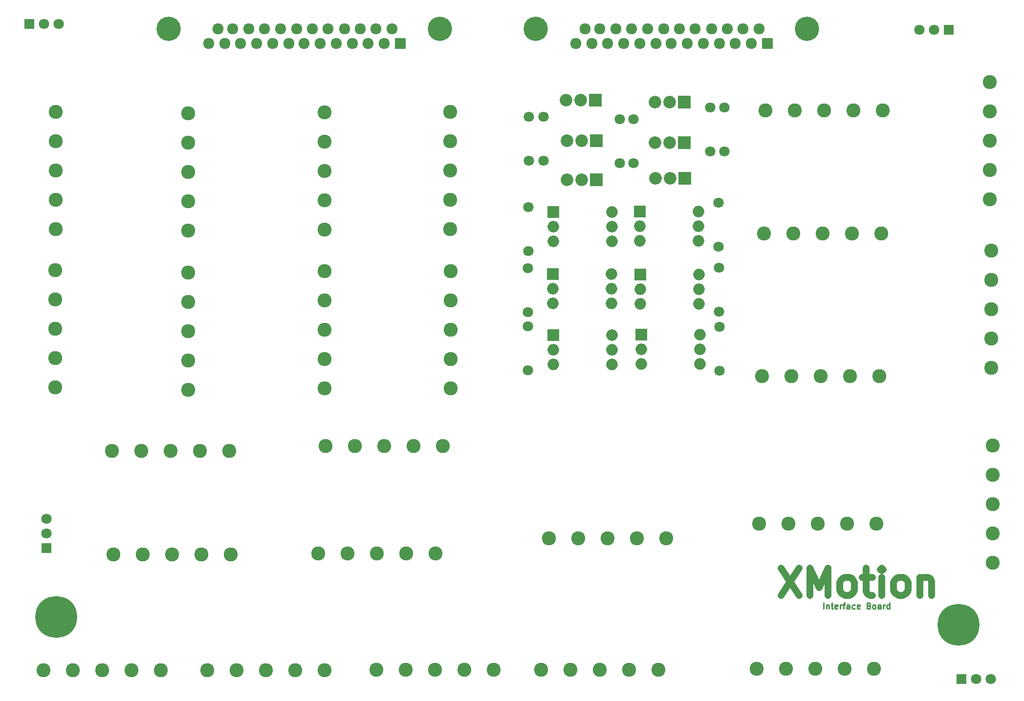
<source format=gts>
G04 #@! TF.FileFunction,Soldermask,Top*
%FSLAX46Y46*%
G04 Gerber Fmt 4.6, Leading zero omitted, Abs format (unit mm)*
G04 Created by KiCad (PCBNEW 4.0.4-stable) date 11/11/17 12:43:10*
%MOMM*%
%LPD*%
G01*
G04 APERTURE LIST*
%ADD10C,0.100000*%
%ADD11C,0.254000*%
%ADD12C,1.190625*%
%ADD13C,2.432000*%
%ADD14R,1.797000X1.797000*%
%ADD15C,1.797000*%
%ADD16C,4.210000*%
%ADD17C,1.924000*%
%ADD18R,1.924000X1.924000*%
%ADD19R,2.000000X2.000000*%
%ADD20O,2.000000X2.000000*%
%ADD21R,2.178000X2.178000*%
%ADD22C,2.178000*%
%ADD23C,7.258000*%
G04 APERTURE END LIST*
D10*
D11*
X275291049Y-158459619D02*
X275291049Y-157443619D01*
X275774859Y-157782286D02*
X275774859Y-158459619D01*
X275774859Y-157879048D02*
X275823240Y-157830667D01*
X275920002Y-157782286D01*
X276065144Y-157782286D01*
X276161906Y-157830667D01*
X276210287Y-157927429D01*
X276210287Y-158459619D01*
X276548954Y-157782286D02*
X276936002Y-157782286D01*
X276694097Y-157443619D02*
X276694097Y-158314476D01*
X276742478Y-158411238D01*
X276839240Y-158459619D01*
X276936002Y-158459619D01*
X277661715Y-158411238D02*
X277564953Y-158459619D01*
X277371430Y-158459619D01*
X277274668Y-158411238D01*
X277226287Y-158314476D01*
X277226287Y-157927429D01*
X277274668Y-157830667D01*
X277371430Y-157782286D01*
X277564953Y-157782286D01*
X277661715Y-157830667D01*
X277710096Y-157927429D01*
X277710096Y-158024190D01*
X277226287Y-158120952D01*
X278145525Y-158459619D02*
X278145525Y-157782286D01*
X278145525Y-157975810D02*
X278193906Y-157879048D01*
X278242287Y-157830667D01*
X278339049Y-157782286D01*
X278435810Y-157782286D01*
X278629334Y-157782286D02*
X279016382Y-157782286D01*
X278774477Y-158459619D02*
X278774477Y-157588762D01*
X278822858Y-157492000D01*
X278919620Y-157443619D01*
X279016382Y-157443619D01*
X279790476Y-158459619D02*
X279790476Y-157927429D01*
X279742095Y-157830667D01*
X279645333Y-157782286D01*
X279451810Y-157782286D01*
X279355048Y-157830667D01*
X279790476Y-158411238D02*
X279693714Y-158459619D01*
X279451810Y-158459619D01*
X279355048Y-158411238D01*
X279306667Y-158314476D01*
X279306667Y-158217714D01*
X279355048Y-158120952D01*
X279451810Y-158072571D01*
X279693714Y-158072571D01*
X279790476Y-158024190D01*
X280709714Y-158411238D02*
X280612952Y-158459619D01*
X280419429Y-158459619D01*
X280322667Y-158411238D01*
X280274286Y-158362857D01*
X280225905Y-158266095D01*
X280225905Y-157975810D01*
X280274286Y-157879048D01*
X280322667Y-157830667D01*
X280419429Y-157782286D01*
X280612952Y-157782286D01*
X280709714Y-157830667D01*
X281532190Y-158411238D02*
X281435428Y-158459619D01*
X281241905Y-158459619D01*
X281145143Y-158411238D01*
X281096762Y-158314476D01*
X281096762Y-157927429D01*
X281145143Y-157830667D01*
X281241905Y-157782286D01*
X281435428Y-157782286D01*
X281532190Y-157830667D01*
X281580571Y-157927429D01*
X281580571Y-158024190D01*
X281096762Y-158120952D01*
X283128761Y-157927429D02*
X283273904Y-157975810D01*
X283322285Y-158024190D01*
X283370666Y-158120952D01*
X283370666Y-158266095D01*
X283322285Y-158362857D01*
X283273904Y-158411238D01*
X283177142Y-158459619D01*
X282790095Y-158459619D01*
X282790095Y-157443619D01*
X283128761Y-157443619D01*
X283225523Y-157492000D01*
X283273904Y-157540381D01*
X283322285Y-157637143D01*
X283322285Y-157733905D01*
X283273904Y-157830667D01*
X283225523Y-157879048D01*
X283128761Y-157927429D01*
X282790095Y-157927429D01*
X283951238Y-158459619D02*
X283854476Y-158411238D01*
X283806095Y-158362857D01*
X283757714Y-158266095D01*
X283757714Y-157975810D01*
X283806095Y-157879048D01*
X283854476Y-157830667D01*
X283951238Y-157782286D01*
X284096380Y-157782286D01*
X284193142Y-157830667D01*
X284241523Y-157879048D01*
X284289904Y-157975810D01*
X284289904Y-158266095D01*
X284241523Y-158362857D01*
X284193142Y-158411238D01*
X284096380Y-158459619D01*
X283951238Y-158459619D01*
X285160761Y-158459619D02*
X285160761Y-157927429D01*
X285112380Y-157830667D01*
X285015618Y-157782286D01*
X284822095Y-157782286D01*
X284725333Y-157830667D01*
X285160761Y-158411238D02*
X285063999Y-158459619D01*
X284822095Y-158459619D01*
X284725333Y-158411238D01*
X284676952Y-158314476D01*
X284676952Y-158217714D01*
X284725333Y-158120952D01*
X284822095Y-158072571D01*
X285063999Y-158072571D01*
X285160761Y-158024190D01*
X285644571Y-158459619D02*
X285644571Y-157782286D01*
X285644571Y-157975810D02*
X285692952Y-157879048D01*
X285741333Y-157830667D01*
X285838095Y-157782286D01*
X285934856Y-157782286D01*
X286708951Y-158459619D02*
X286708951Y-157443619D01*
X286708951Y-158411238D02*
X286612189Y-158459619D01*
X286418666Y-158459619D01*
X286321904Y-158411238D01*
X286273523Y-158362857D01*
X286225142Y-158266095D01*
X286225142Y-157975810D01*
X286273523Y-157879048D01*
X286321904Y-157830667D01*
X286418666Y-157782286D01*
X286612189Y-157782286D01*
X286708951Y-157830667D01*
D12*
X267918750Y-151391964D02*
X271093750Y-156154464D01*
X271093750Y-151391964D02*
X267918750Y-156154464D01*
X272908036Y-156154464D02*
X272908036Y-151391964D01*
X274495536Y-154793750D01*
X276083036Y-151391964D01*
X276083036Y-156154464D01*
X279031250Y-156154464D02*
X278577678Y-155927679D01*
X278350893Y-155700893D01*
X278124107Y-155247321D01*
X278124107Y-153886607D01*
X278350893Y-153433036D01*
X278577678Y-153206250D01*
X279031250Y-152979464D01*
X279711607Y-152979464D01*
X280165178Y-153206250D01*
X280391964Y-153433036D01*
X280618750Y-153886607D01*
X280618750Y-155247321D01*
X280391964Y-155700893D01*
X280165178Y-155927679D01*
X279711607Y-156154464D01*
X279031250Y-156154464D01*
X281979464Y-152979464D02*
X283793750Y-152979464D01*
X282659822Y-151391964D02*
X282659822Y-155474107D01*
X282886607Y-155927679D01*
X283340179Y-156154464D01*
X283793750Y-156154464D01*
X285381251Y-156154464D02*
X285381251Y-152979464D01*
X285381251Y-151391964D02*
X285154465Y-151618750D01*
X285381251Y-151845536D01*
X285608036Y-151618750D01*
X285381251Y-151391964D01*
X285381251Y-151845536D01*
X288329465Y-156154464D02*
X287875893Y-155927679D01*
X287649108Y-155700893D01*
X287422322Y-155247321D01*
X287422322Y-153886607D01*
X287649108Y-153433036D01*
X287875893Y-153206250D01*
X288329465Y-152979464D01*
X289009822Y-152979464D01*
X289463393Y-153206250D01*
X289690179Y-153433036D01*
X289916965Y-153886607D01*
X289916965Y-155247321D01*
X289690179Y-155700893D01*
X289463393Y-155927679D01*
X289009822Y-156154464D01*
X288329465Y-156154464D01*
X291958037Y-152979464D02*
X291958037Y-156154464D01*
X291958037Y-153433036D02*
X292184822Y-153206250D01*
X292638394Y-152979464D01*
X293318751Y-152979464D01*
X293772322Y-153206250D01*
X293999108Y-153659821D01*
X293999108Y-156154464D01*
D13*
X188825000Y-99925600D03*
X188825000Y-105005600D03*
X188825000Y-110085600D03*
X188825000Y-115165600D03*
X188825000Y-120245600D03*
X264640320Y-118163780D03*
X269720320Y-118163780D03*
X274800320Y-118163780D03*
X279880320Y-118163780D03*
X284960320Y-118163780D03*
X304114200Y-87457280D03*
X304114200Y-82377280D03*
X304114200Y-77297280D03*
X304114200Y-72217280D03*
X304114200Y-67137280D03*
X265199220Y-72088400D03*
X270279220Y-72088400D03*
X275359220Y-72088400D03*
X280439220Y-72088400D03*
X285519220Y-72088400D03*
X304370740Y-116718080D03*
X304370740Y-111638080D03*
X304370740Y-106558080D03*
X304370740Y-101478080D03*
X304370740Y-96398080D03*
D14*
X296951400Y-58059320D03*
D15*
X294411400Y-58059320D03*
X291871400Y-58059320D03*
D13*
X264949580Y-93441760D03*
X270029580Y-93441760D03*
X275109580Y-93441760D03*
X280189580Y-93441760D03*
X285269580Y-93441760D03*
D16*
X272381980Y-57945020D03*
X225391980Y-57945020D03*
D17*
X232376980Y-60485020D03*
X235170980Y-60485020D03*
X237837980Y-60485020D03*
X240631980Y-60485020D03*
X243425980Y-60485020D03*
X246219980Y-60485020D03*
X248886980Y-60485020D03*
X251680980Y-60485020D03*
X254474980Y-60485020D03*
X257268980Y-60485020D03*
X259935980Y-60485020D03*
X262729980Y-60485020D03*
D18*
X265523980Y-60485020D03*
D17*
X233951780Y-57945020D03*
X236491780Y-57945020D03*
X239285780Y-57945020D03*
X242028980Y-57945020D03*
X244772180Y-57945020D03*
X247566180Y-57945020D03*
X250309380Y-57945020D03*
X253052580Y-57945020D03*
X255897380Y-57945020D03*
X258589780Y-57945020D03*
X261332980Y-57945020D03*
X264126980Y-57945020D03*
D13*
X263728900Y-168838660D03*
X268808900Y-168838660D03*
X273888900Y-168838660D03*
X278968900Y-168838660D03*
X284048900Y-168838660D03*
X304555740Y-150495800D03*
X304555740Y-145415800D03*
X304555740Y-140335800D03*
X304555740Y-135255800D03*
X304555740Y-130175800D03*
X264104800Y-143671720D03*
X269184800Y-143671720D03*
X274264800Y-143671720D03*
X279344800Y-143671720D03*
X284424800Y-143671720D03*
D14*
X299150000Y-170640000D03*
D15*
X301690000Y-170640000D03*
X304230000Y-170640000D03*
D13*
X246672780Y-169018400D03*
X241592780Y-169018400D03*
X236512780Y-169018400D03*
X231432780Y-169018400D03*
X226352780Y-169018400D03*
X227744420Y-146258920D03*
X232824420Y-146258920D03*
X237904420Y-146258920D03*
X242984420Y-146258920D03*
X248064420Y-146258920D03*
D16*
X208805780Y-57919620D03*
X161815780Y-57919620D03*
D17*
X168800780Y-60459620D03*
X171594780Y-60459620D03*
X174261780Y-60459620D03*
X177055780Y-60459620D03*
X179849780Y-60459620D03*
X182643780Y-60459620D03*
X185310780Y-60459620D03*
X188104780Y-60459620D03*
X190898780Y-60459620D03*
X193692780Y-60459620D03*
X196359780Y-60459620D03*
X199153780Y-60459620D03*
D18*
X201947780Y-60459620D03*
D17*
X170375580Y-57919620D03*
X172915580Y-57919620D03*
X175709580Y-57919620D03*
X178452780Y-57919620D03*
X181195980Y-57919620D03*
X183989980Y-57919620D03*
X186733180Y-57919620D03*
X189476380Y-57919620D03*
X192321180Y-57919620D03*
X195013580Y-57919620D03*
X197756780Y-57919620D03*
X200550780Y-57919620D03*
D13*
X142297100Y-72327840D03*
X142297100Y-77407840D03*
X142297100Y-82487840D03*
X142297100Y-87567840D03*
X142297100Y-92647840D03*
X165228220Y-72617060D03*
X165228220Y-77697060D03*
X165228220Y-82777060D03*
X165228220Y-87857060D03*
X165228220Y-92937060D03*
X210647140Y-72282960D03*
X210647140Y-77362960D03*
X210647140Y-82442960D03*
X210647140Y-87522960D03*
X210647140Y-92602960D03*
X188825000Y-72437720D03*
X188825000Y-77517720D03*
X188825000Y-82597720D03*
X188825000Y-87677720D03*
X188825000Y-92757720D03*
D14*
X137750000Y-57060000D03*
D15*
X140290000Y-57060000D03*
X142830000Y-57060000D03*
D13*
X172573240Y-149052720D03*
X167493240Y-149052720D03*
X162413240Y-149052720D03*
X157333240Y-149052720D03*
X152253240Y-149052720D03*
X160489000Y-169102540D03*
X155409000Y-169102540D03*
X150329000Y-169102540D03*
X145249000Y-169102540D03*
X140169000Y-169102540D03*
X188848100Y-169089840D03*
X183768100Y-169089840D03*
X178688100Y-169089840D03*
X173608100Y-169089840D03*
X168528100Y-169089840D03*
X218171440Y-169033640D03*
X213091440Y-169033640D03*
X208011440Y-169033640D03*
X202931440Y-169033640D03*
X197851440Y-169033640D03*
X209313280Y-130278280D03*
X204233280Y-130278280D03*
X199153280Y-130278280D03*
X194073280Y-130278280D03*
X188993280Y-130278280D03*
X172351520Y-131101640D03*
X167271520Y-131101640D03*
X162191520Y-131101640D03*
X157111520Y-131101640D03*
X152031520Y-131101640D03*
X208098480Y-148898600D03*
X203018480Y-148898600D03*
X197938480Y-148898600D03*
X192858480Y-148898600D03*
X187778480Y-148898600D03*
D14*
X140640000Y-147920000D03*
D15*
X140640000Y-145380000D03*
X140640000Y-142840000D03*
D13*
X142187880Y-99792860D03*
X142187880Y-104872860D03*
X142187880Y-109952860D03*
X142187880Y-115032860D03*
X142187880Y-120112860D03*
X165228220Y-100183680D03*
X165228220Y-105263680D03*
X165228220Y-110343680D03*
X165228220Y-115423680D03*
X165228220Y-120503680D03*
X210690320Y-99948640D03*
X210690320Y-105028640D03*
X210690320Y-110108640D03*
X210690320Y-115188640D03*
X210690320Y-120268640D03*
D15*
X224240000Y-73150000D03*
X224240000Y-80770000D03*
X226760000Y-73150000D03*
X226760000Y-80770000D03*
X239980000Y-73580000D03*
X239980000Y-81200000D03*
X242370000Y-73570000D03*
X242370000Y-81190000D03*
X258120000Y-71550000D03*
X258120000Y-79170000D03*
X255660000Y-71580000D03*
X255660000Y-79200000D03*
D19*
X228450000Y-89720000D03*
D20*
X238610000Y-94800000D03*
X228450000Y-92260000D03*
X238610000Y-92260000D03*
X228450000Y-94800000D03*
X238610000Y-89720000D03*
D19*
X243430000Y-89580000D03*
D20*
X253590000Y-94660000D03*
X243430000Y-92120000D03*
X253590000Y-92120000D03*
X243430000Y-94660000D03*
X253590000Y-89580000D03*
D19*
X228360000Y-100430000D03*
D20*
X238520000Y-105510000D03*
X228360000Y-102970000D03*
X238520000Y-102970000D03*
X228360000Y-105510000D03*
X238520000Y-100430000D03*
D19*
X243500000Y-100520000D03*
D20*
X253660000Y-105600000D03*
X243500000Y-103060000D03*
X253660000Y-103060000D03*
X243500000Y-105600000D03*
X253660000Y-100520000D03*
D19*
X228460000Y-110990000D03*
D20*
X238620000Y-116070000D03*
X228460000Y-113530000D03*
X238620000Y-113530000D03*
X228460000Y-116070000D03*
X238620000Y-110990000D03*
D19*
X243750000Y-110890000D03*
D20*
X253910000Y-115970000D03*
X243750000Y-113430000D03*
X253910000Y-113430000D03*
X243750000Y-115970000D03*
X253910000Y-110890000D03*
D21*
X235760000Y-70260000D03*
D22*
X230680000Y-70260000D03*
X233220000Y-70260000D03*
D21*
X251230000Y-83800000D03*
D22*
X246150000Y-83800000D03*
X248690000Y-83800000D03*
D21*
X235940000Y-84080000D03*
D22*
X230860000Y-84080000D03*
X233400000Y-84080000D03*
D21*
X251130000Y-70590000D03*
D22*
X246050000Y-70590000D03*
X248590000Y-70590000D03*
D21*
X251170000Y-77670000D03*
D22*
X246090000Y-77670000D03*
X248630000Y-77670000D03*
D21*
X235930000Y-77340000D03*
D22*
X230850000Y-77340000D03*
X233390000Y-77340000D03*
D23*
X142380000Y-159870000D03*
X298640500Y-161216340D03*
D15*
X224130000Y-96480000D03*
X224130000Y-88860000D03*
X257130000Y-88050000D03*
X257130000Y-95670000D03*
X224060000Y-107010000D03*
X224060000Y-99390000D03*
X257210000Y-99330000D03*
X257210000Y-106950000D03*
X224090000Y-117120000D03*
X224090000Y-109500000D03*
X257240000Y-109590000D03*
X257240000Y-117210000D03*
M02*

</source>
